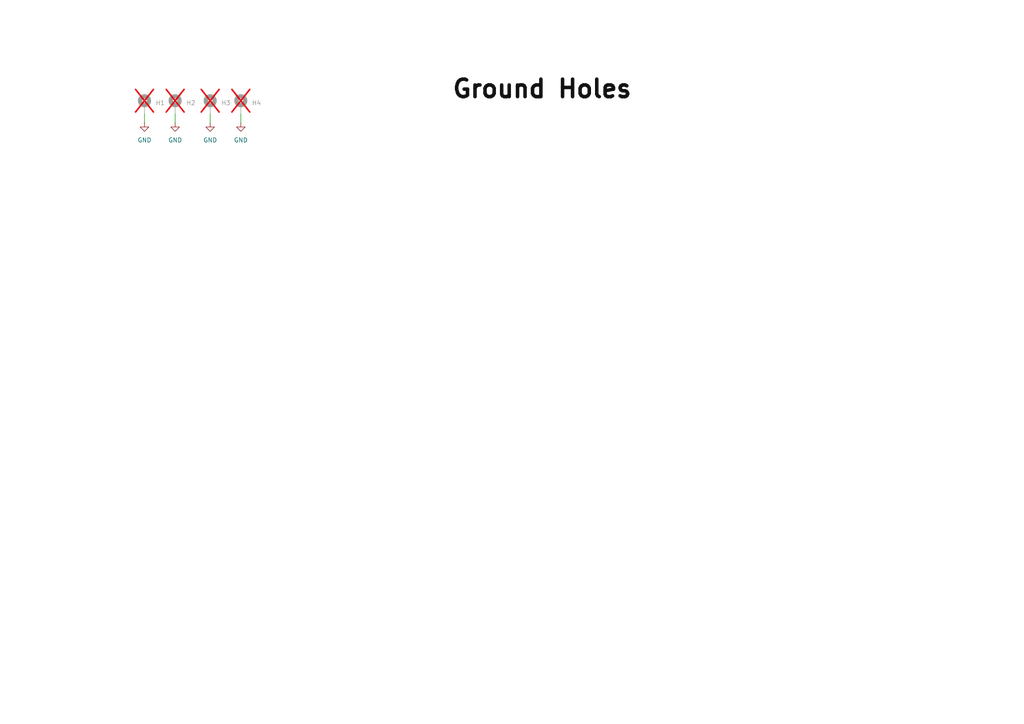
<source format=kicad_sch>
(kicad_sch (version 20231120) (generator "eeschema") (generator_version "8.0")
  (paper "A4")
  (title_block (title "12-12 Teensy G4.1 Arena Modular LED Display") (date "2024-12-23") (rev "v0.3") (company "IORodeo for Reiserlab @ Janelia"))
  (lib_symbols
    (symbol "Mechanical:MountingHole_Pad" (pin_numbers hide) (pin_names (offset 1.016) hide)
      (property "Reference" "H" (at 0 6.35 0))
      (property "Value" "MountingHole_Pad" (at 0 4.445 0))
      (symbol "MountingHole_Pad_0_1"
        (circle (center 0 1.27) (radius 1.27) (stroke (width 1.27)))
      )
      (symbol "MountingHole_Pad_1_1"
        (pin input line (at 0 -2.54 90) (length 2.54) (name "1") (number "1"))
      )
    )
    (symbol "power:GND" (power) (pin_names (offset 0))
      (property "Value" "GND" (at 0 -3.81 0))
      (symbol "GND_0_1"
        (polyline (pts (xy 0 0) (xy 0 -1.27) (xy 1.27 -1.27) (xy 0 -2.54) (xy -1.27 -1.27) (xy 0 -1.27)))
      )
      (symbol "GND_1_1"
        (pin power_in line (at 0 0 270) (length 0) hide (name "GND") (number "1"))
      )
    )
  )
  (wire (pts (xy 41.91 33.02) (xy 41.91 35.56)))
  (wire (pts (xy 60.96 33.02) (xy 60.96 35.56)))
  (wire (pts (xy 69.85 33.02) (xy 69.85 35.56)))
  (wire (pts (xy 50.8 33.02) (xy 50.8 35.56)))
  (label "Ground Holes" (at 130.81 30.48 0) (effects (font (size 5.08 5.08) (thickness 1.016) (bold yes))))
  (symbol (lib_id "power:GND") (at 69.85 35.56 0) (mirror y) (unit 1)
    (property "Reference" "#PWR011" (effects (hide yes)))
    (property "Value" "GND" (at 69.85 40.64 0))
  )
  (symbol (lib_id "Mechanical:MountingHole_Pad") (at 50.8 30.48 0) (unit 1) (dnp yes)
    (property "Reference" "H2" (at 53.975 29.845 0) (effects (justify left)))
    (property "Value" "MountingHole_Pad" (effects (hide yes)))
    (property "Footprint" "MountingHole:MountingHole_4.5mm_Pad" (effects (hide yes)))
  )
  (symbol (lib_id "power:GND") (at 50.8 35.56 0) (mirror y) (unit 1)
    (property "Reference" "#PWR09" (effects (hide yes)))
    (property "Value" "GND" (at 50.8 40.64 0))
  )
  (symbol (lib_id "power:GND") (at 41.91 35.56 0) (mirror y) (unit 1)
    (property "Reference" "#PWR08" (effects (hide yes)))
    (property "Value" "GND" (at 41.91 40.64 0))
  )
  (symbol (lib_id "Mechanical:MountingHole_Pad") (at 60.96 30.48 0) (unit 1) (dnp yes)
    (property "Reference" "H3" (at 64.135 29.845 0) (effects (justify left)))
    (property "Value" "MountingHole_Pad" (effects (hide yes)))
    (property "Footprint" "MountingHole:MountingHole_4.5mm_Pad" (effects (hide yes)))
  )
  (symbol (lib_id "Mechanical:MountingHole_Pad") (at 41.91 30.48 0) (unit 1) (dnp yes)
    (property "Reference" "H1" (at 45.085 29.845 0) (effects (justify left)))
    (property "Value" "MountingHole_Pad" (effects (hide yes)))
    (property "Footprint" "MountingHole:MountingHole_4.5mm_Pad" (effects (hide yes)))
  )
  (symbol (lib_id "power:GND") (at 60.96 35.56 0) (mirror y) (unit 1)
    (property "Reference" "#PWR010" (effects (hide yes)))
    (property "Value" "GND" (at 60.96 40.64 0))
  )
  (symbol (lib_id "Mechanical:MountingHole_Pad") (at 69.85 30.48 0) (unit 1) (dnp yes)
    (property "Reference" "H4" (at 73.025 29.845 0) (effects (justify left)))
    (property "Value" "MountingHole_Pad" (effects (hide yes)))
    (property "Footprint" "MountingHole:MountingHole_4.5mm_Pad" (effects (hide yes)))
  )
)
</source>
